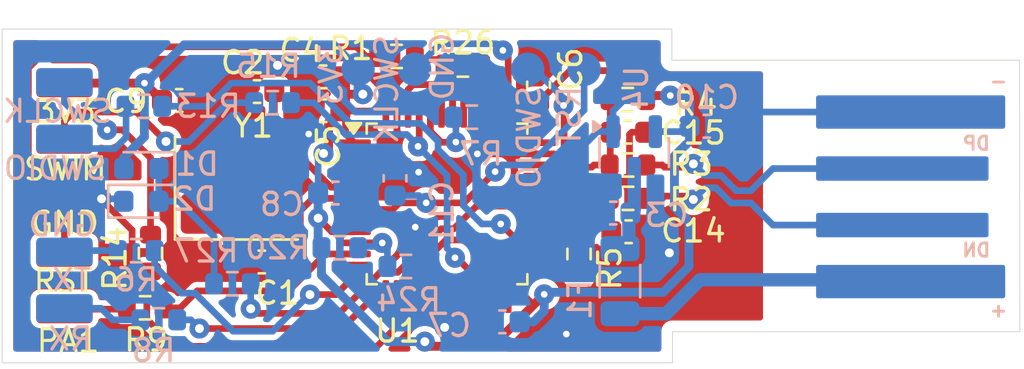
<source format=kicad_pcb>
(kicad_pcb (version 20241229) (generator "pcbnew") (generator_version "9.0")
  (layers (0 "F.Cu" signal "Front") (2 "B.Cu" signal "Back") (13 "F.Paste" user) (15 "B.Paste" user) (5 "F.SilkS" user "F.Silkscreen") (7 "B.SilkS" user "B.Silkscreen") (1 "F.Mask" user) (3 "B.Mask" user) (25 "Edge.Cuts" user))
  (net 0 "")
  (net 1 "/OSC_OUT")
  (net 2 "Earth")
  (net 3 "/OSC_IN?")
  (net 4 "+5V")
  (net 5 "+3V3")
  (net 6 "/STM_RST")
  (net 7 "/USB_N")
  (net 8 "/USB_P")
  (net 9 "Net-(D1-K)")
  (net 10 "/STLINK_RX")
  (net 11 "Net-(J2-Pin_2)")
  (net 12 "/STLINK_TX")
  (net 13 "Net-(J2-Pin_4)")
  (net 14 "Net-(J2-Pin_3)")
  (net 15 "/SWDIO")
  (net 16 "/SWCLK")
  (net 17 "/T_NRST")
  (net 18 "/T_SWDIO_IN")
  (net 19 "/T_JTMS")
  (net 20 "Net-(U1-BOOT0)")
  (net 21 "/T_JTCK")
  (net 22 "/T_SWIM")
  (net 23 "/AIN1")
  (net 24 "Net-(U1-PB5)")
  (net 25 "/LED_STLINK")
  (net 29 "Net-(U1-PB7)")
  (net 32 "/T_JTDI")
  (net 33 "/T_JTDO")
  (net 35 "/T_JRST")
  (net 38 "/T_SWO")
  (net 40 "/PB11")
  (net 42 "Net-(J1-Pin_1)")
  (net 43 "/D+")
  (net 44 "/D-")
  (net 45 "Net-(J2-Pin_10)")
  (net 46 "Net-(J2-Pin_8)")
  (net 47 "Net-(J2-Pin_7)")
  (net 48 "/Pin_navic")
  (net 49 "Net-(J2-Pin_9)")
  (footprint "Resistor_SMD:R_0603_1608Metric" (layer "F.Cu") (at 52.549239 32.799239 180)
    (property "Reference" "R4")
    (property "Value" "1K8")
  )
  (footprint "Capacitor_SMD:C_0603_1608Metric" (layer "F.Cu") (at 38.859239 31.779239 180)
    (property "Reference" "C4")
    (property "Value" "100nF/6v")
  )
  (footprint "Resistor_SMD:R_0603_1608Metric" (layer "F.Cu") (at 45.14 31.25)
    (property "Reference" "R26")
    (property "Value" "220R")
  )
  (footprint "Capacitor_SMD:C_0603_1608Metric" (layer "F.Cu") (at 32.39 32.84)
    (property "Reference" "C9")
    (property "Value" "4.7uF/6v")
  )
  (footprint "Capacitor_SMD:C_0603_1608Metric" (layer "F.Cu") (at 52.59 38.74)
    (property "Reference" "C14")
    (property "Value" "47pF/6v")
  )
  (footprint "Resistor_SMD:R_0603_1608Metric" (layer "F.Cu") (at 30.86 42.16)
    (property "Reference" "R9")
    (property "Value" "100R")
  )
  (footprint "Connector_IDC:Untitled" (layer "F.Cu") (at 30.73 36.56)
    (property "Reference" "J2" (hide yes))
    (property "Value" "Conn_02x05_Odd_Even" (hide yes))
  )
  (footprint "Resistor_SMD:R_0603_1608Metric" (layer "F.Cu") (at 31.1 39.7 90)
    (property "Reference" "R14")
    (property "Value" "100R")
  )
  (footprint "Capacitor_SMD:C_0603_1608Metric" (layer "F.Cu") (at 36.1 40.1)
    (property "Reference" "C1")
    (property "Value" "20pF/6v")
  )
  (footprint "Resistor_SMD:R_0603_1608Metric" (layer "F.Cu") (at 42.159239 30.859239)
    (property "Reference" "R1")
    (property "Value" "100R")
  )
  (footprint "Capacitor_SMD:C_0603_1608Metric" (layer "F.Cu") (at 35.89 32.44)
    (property "Reference" "C2")
    (property "Value" "20pF/6v")
  )
  (footprint "Resistor_SMD:R_0603_1608Metric" (layer "F.Cu") (at 50.36 39.74 -90)
    (property "Reference" "R5")
    (property "Value" "100R")
  )
  (footprint "Capacitor_SMD:C_0603_1608Metric" (layer "F.Cu") (at 38.859239 33.299239 180)
    (property "Reference" "C5")
    (property "Value" "100nF/6v")
  )
  (footprint "Resistor_SMD:R_0603_1608Metric" (layer "F.Cu") (at 52.565 37.24 180)
    (property "Reference" "R2")
    (property "Value" "22R")
  )
  (footprint "Crystal:Crystal_SMD_3225-4Pin_3.2x2.5mm_HandSoldering" (layer "F.Cu") (at 34.96 36.78)
    (property "Reference" "Y1")
    (property "Value" "Crystal_GND24")
  )
  (footprint "Capacitor_SMD:C_0603_1608Metric" (layer "F.Cu") (at 48.54 32.14 90)
    (property "Reference" "C6")
    (property "Value" "100nF/6v")
  )
  (footprint "Package_QFP:LQFP-48_7x7mm_P0.5mm" (layer "F.Cu") (at 44.4275 37.49)
    (property "Reference" "U1")
    (property "Value" "STM32F103CBTx")
  )
  (footprint "Capacitor_SMD:C_0603_1608Metric" (layer "F.Cu") (at 52.559239 34.269239)
    (property "Reference" "C15")
    (property "Value" "47pF/6v")
  )
  (footprint "Resistor_SMD:R_0603_1608Metric" (layer "F.Cu") (at 52.565 35.74 180)
    (property "Reference" "R3")
    (property "Value" "22R")
  )
  (footprint "Resistor_SMD:R_1206_3216Metric" (layer "B.Cu") (at 52.2 40.9625 90)
    (property "Reference" "F1")
    (property "Value" "500mA")
  )
  (footprint "LED_SMD:LED_0603_1608Metric" (layer "B.Cu") (at 30.69 35.9 180)
    (property "Reference" "D1")
    (property "Value" "LED")
  )
  (footprint "Connector_IDC:Untitled_3" (layer "B.Cu") (at 45.43 33.94 -90)
    (property "Reference" "J3" (hide yes))
    (property "Value" "Conn_01x05" (hide yes))
  )
  (footprint "Resistor_SMD:R_0603_1608Metric" (layer "B.Cu") (at 30.46 39.59 180)
    (property "Reference" "R6")
    (property "Value" "100R")
  )
  (footprint "Capacitor_SMD:C_0603_1608Metric" (layer "B.Cu") (at 56.1 34)
    (property "Reference" "C10")
    (property "Value" "100nF/6v")
  )
  (footprint "Resistor_SMD:R_0603_1608Metric" (layer "B.Cu") (at 45.54 33.59)
    (property "Reference" "R7")
    (property "Value" "0")
  )
  (footprint "Resistor_SMD:R_0603_1608Metric" (layer "B.Cu") (at 34.78 41.08)
    (property "Reference" "R27")
    (property "Value" "1K")
  )
  (footprint "Connector_USB:USB_A_PCB_traces_small" (layer "B.Cu") (at 70.115 37.17 180)
    (property "Reference" "J1" (hide yes))
    (property "Value" "Conn_01x04_Pin" (hide yes))
  )
  (footprint "Capacitor_SMD:C_0603_1608Metric" (layer "B.Cu") (at 46.914239 42.789239 180)
    (property "Reference" "C7")
    (property "Value" "100nF/6v")
  )
  (footprint "Capacitor_SMD:C_0603_1608Metric" (layer "B.Cu") (at 42.09 36.34 -90)
    (property "Reference" "C11")
    (property "Value" "100nF/6v")
  )
  (footprint "Resistor_SMD:R_0603_1608Metric" (layer "B.Cu") (at 42.575 40.3 180)
    (property "Reference" "R24")
    (property "Value" "10k")
  )
  (footprint "Capacitor_SMD:C_0603_1608Metric" (layer "B.Cu") (at 51.9 37.9 180)
    (property "Reference" "C3")
    (property "Value" "100nF/6v")
  )
  (footprint "Resistor_SMD:R_0603_1608Metric" (layer "B.Cu") (at 39.609239 39.459239)
    (property "Reference" "R20")
    (property "Value" "10k")
  )
  (footprint "Capacitor_SMD:C_0603_1608Metric" (layer "B.Cu") (at 39.409239 36.999239)
    (property "Reference" "C8")
    (property "Value" "100nF/6v")
  )
  (footprint "Resistor_SMD:R_0603_1608Metric" (layer "B.Cu") (at 31.475 42.7 180)
    (property "Reference" "R8")
    (property "Value" "100R")
  )
  (footprint "Resistor_SMD:R_0603_1608Metric" (layer "B.Cu") (at 36.59 32.94)
    (property "Reference" "R15")
    (property "Value" "100R")
  )
  (footprint "LED_SMD:LED_0603_1608Metric" (layer "B.Cu") (at 30.6825 37.37)
    (property "Reference" "D2")
    (property "Value" "LED")
  )
  (footprint "Package_TO_SOT_SMD:SOT-23" (layer "B.Cu") (at 52.84 35.1775 -90)
    (property "Reference" "U4")
    (property "Value" "MCP1700x-330xxTT")
  )
  (footprint "Resistor_SMD:R_0603_1608Metric" (layer "B.Cu") (at 30.8 33.1 180)
    (property "Reference" "R13")
    (property "Value" "100R")
  )
  (gr_line (start 54.560761 44.630761) (end 24.430761 44.630761) (stroke (width 0.0381)) (layer "Edge.Cuts"))
  (gr_line (start 54.530761 29.630761) (end 24.430761 29.630761) (stroke (width 0.0381)) (layer "Edge.Cuts"))
  (gr_line (start 70.160761 31.030761) (end 70.170761 43.230761) (stroke (width 0.0381)) (layer "Edge.Cuts"))
  (gr_line (start 70.170761 43.230761) (end 54.560761 43.230761) (stroke (width 0.0381)) (layer "Edge.Cuts"))
  (gr_line (start 24.430761 44.630761) (end 24.430761 29.630761) (stroke (width 0.0381)) (layer "Edge.Cuts"))
  (gr_line (start 70.160761 31.030761) (end 54.530761 31.030761) (stroke (width 0.0381)) (layer "Edge.Cuts"))
  (gr_line (start 54.530761 31.030761) (end 54.530761 29.630761) (stroke (width 0.0381)) (layer "Edge.Cuts"))
  (gr_line (start 54.560761 44.630761) (end 54.560761 43.230761) (stroke (width 0.0381)) (layer "Edge.Cuts"))
  (gr_text "SWIM" (at 25.32 36.5 0) (layer "F.SilkS") (effects (font (size 1 1) (thickness 0.14)) (justify left bottom)))
  (gr_text "PA1" (at 25.9 44.230761 0) (layer "F.SilkS") (effects (font (size 1 1) (thickness 0.14)) (justify left bottom)))
  (gr_text "3V3" (at 25.8 33.93 0) (layer "F.SilkS") (effects (font (size 1 1) (thickness 0.14)) (justify left bottom)))
  (gr_text "RST" (at 25.76 41.53 0) (layer "F.SilkS") (effects (font (size 1 1) (thickness 0.14)) (justify left bottom)))
  (gr_text "GND" (at 25.64 38.94 0) (layer "F.SilkS") (effects (font (size 1 1) (thickness 0.14)) (justify left bottom)))
  (gr_text "TX" (at 28.5 41.5 0) (layer "B.SilkS") (effects (font (size 1 1) (thickness 0.14)) (justify left bottom mirror)))
  (gr_text "GND" (at 44.8 29.7 90) (layer "B.SilkS") (effects (font (size 1 1) (thickness 0.14)) (justify left bottom mirror)))
  (gr_text "SWCLK" (at 42.3 29.8 90) (layer "B.SilkS") (effects (font (size 1 1) (thickness 0.14)) (justify left bottom mirror)))
  (gr_text "RX" (at 28.57 44.14 0) (layer "B.SilkS") (effects (font (size 1 1) (thickness 0.14)) (justify left bottom mirror)))
  (gr_text "RST" (at 50.5 32.1 90) (layer "B.SilkS") (effects (font (size 1 1) (thickness 0.14)) (justify left bottom mirror)))
  (gr_text "SWDIO" (at 29.22 36.47 0) (layer "B.SilkS") (effects (font (size 1 1) (thickness 0.14)) (justify left bottom mirror)))
  (gr_text "SWCLK" (at 29.46 33.91 0) (layer "B.SilkS") (effects (font (size 1 1) (thickness 0.14)) (justify left bottom mirror)))
  (gr_text "SWDIO" (at 48.7 32.1 90) (layer "B.SilkS") (effects (font (size 1 1) (thickness 0.14)) (justify left bottom mirror)))
  (gr_text "3V3" (at 39.8 30.2 90) (layer "B.SilkS") (effects (font (size 1 1) (thickness 0.14)) (justify left bottom mirror)))
  (gr_text "GND" (at 28.75 39.02 0) (layer "B.SilkS") (effects (font (size 1 1) (thickness 0.14)) (justify left bottom mirror)))
  (segment (start 37.46587 39.181) (end 37.833239 38.813631) (width 0.3) (layer "F.Cu") (net 1))
  (segment (start 37.02 40.155) (end 37.02 39.181) (width 0.3) (layer "F.Cu") (net 1))
  (segment (start 33.51 37.93) (end 34.761 39.181) (width 0.3) (layer "F.Cu") (net 1))
  (segment (start 38.392237 37.24) (end 40.265 37.24) (width 0.3) (layer "F.Cu") (net 1))
  (segment (start 34.761 39.181) (end 37.02 39.181) (width 0.3) (layer "F.Cu") (net 1))
  (segment (start 37.833239 38.813631) (end 37.833239 37.798998) (width 0.3) (layer "F.Cu") (net 1))
  (segment (start 37.02 39.181) (end 37.46587 39.181) (width 0.3) (layer "F.Cu") (net 1))
  (segment (start 37.833239 37.798998) (end 38.392237 37.24) (width 0.3) (layer "F.Cu") (net 1))
  (segment (start 45.309239 35.719239) (end 45.788478 35.24) (width 0.3) (layer "F.Cu") (net 2))
  (segment (start 42.706761 38.24) (end 40.265 38.24) (width 0.3) (layer "F.Cu") (net 2))
  (segment (start 33.98 32.84) (end 34.38 32.44) (width 0.3) (layer "F.Cu") (net 2))
  (segment (start 36.809239 31.259239) (end 36.809239 31.564) (width 0.3) (layer "F.Cu") (net 2))
  (segment (start 46.6775 41.6525) (end 46.6775 42.656739) (width 0.3) (layer "F.Cu") (net 2))
  (segment (start 27.35 37.26) (end 27.23 37.14) (width 0.3) (layer "F.Cu") (net 2))
  (segment (start 30.274 39.308774) (end 30.591226 39.626) (width 0.3) (layer "F.Cu") (net 2))
  (segment (start 30.274 38.674) (end 30.274 39.308774) (width 0.3) (layer "F.Cu") (net 2))
  (segment (start 42.769239 35.719239) (end 43.169239 35.719239) (width 0.3) (layer "F.Cu") (net 2))
  (segment (start 38.315 33.44) (end 38.315 31.614) (width 0.3) (layer "F.Cu") (net 2))
  (segment (start 54.419239 39.689239) (end 53.440761 39.689239) (width 0.3) (layer "F.Cu") (net 2))
  (segment (start 45.788478 35.24) (end 45.79 35.24) (width 0.3) (layer "F.Cu") (net 2))
  (segment (start 52.629 38.429) (end 52.94 38.74) (width 0.3) (layer "F.Cu") (net 2))
  (segment (start 36.195178 31.614) (end 35.864 31.945178) (width 0.3) (layer "F.Cu") (net 2))
  (segment (start 36.759239 31.614) (end 36.195178 31.614) (width 0.3) (layer "F.Cu") (net 2))
  (segment (start 38.315 31.614) (end 36.759239 31.614) (width 0.3) (layer "F.Cu") (net 2))
  (segment (start 46.315 43.019239) (end 45.702205 43.019239) (width 0.3) (layer "F.Cu") (net 2))
  (segment (start 32.67 35.63) (end 33.51 35.63) (width 0.3) (layer "F.Cu") (net 2))
  (segment (start 36.41 37.93) (end 36.23 37.93) (width 0.3) (layer "F.Cu") (net 2))
  (segment (start 28.9 37.3) (end 30.274 38.674) (width 0.3) (layer "F.Cu") (net 2))
  (segment (start 44.320392 43.037177) (end 44.33833 43.019239) (width 0.3) (layer "F.Cu") (net 2))
  (segment (start 33.51 34.10148) (end 33.165 33.75648) (width 0.3) (layer "F.Cu") (net 2))
  (segment (start 53.440761 39.689239) (end 53.365 39.765) (width 0.3) (layer "F.Cu") (net 2))
  (segment (start 43 38.533239) (end 42.706761 38.24) (width 0.3) (layer "F.Cu") (net 2))
  (segment (start 38.209239 33.545761) (end 38.315 33.44) (width 0.3) (layer "F.Cu") (net 2))
  (segment (start 52.730761 34.269239) (end 52.629 34.371) (width 0.3) (layer "F.Cu") (net 2))
  (segment (start 40.144465 30.929239) (end 41.360206 32.14498) (width 0.3) (layer "F.Cu") (net 2))
  (segment (start 36.809239 31.564) (end 36.759239 31.614) (width 0.3) (layer "F.Cu") (net 2))
  (segment (start 47.279239 34.708727) (end 47.6785 34.309466) (width 0.3) (layer "F.Cu") (net 2))
  (segment (start 42.1775 35.1275) (end 42.769239 35.719239) (width 0.3) (layer "F.Cu") (net 2))
  (segment (start 47.835 31.365) (end 48.54 31.365) (width 0.3) (layer "F.Cu") (net 2))
  (segment (start 38.209239 34.349239) (end 38.209239 33.545761) (width 0.3) (layer "F.Cu") (net 2))
  (segment (start 47.6785 34.309466) (end 47.6785 31.5215) (width 0.3) (layer "F.Cu") (net 2))
  (segment (start 43.150639 35.737839) (end 43.169239 35.719239) (width 0.3) (layer "F.Cu") (net 2))
  (segment (start 38.084239 31.959239) (end 38.084239 31.215761) (width 0.3) (layer "F.Cu") (net 2))
  (segment (start 46.98 35.24) (end 48.59 35.24) (width 0.3) (layer "F.Cu") (net 2))
  (segment (start 45.1775 43.019239) (end 45.1775 41.6525) (width 0.3) (layer "F.Cu") (net 2))
  (segment (start 35.718478 32.44) (end 35.115 32.44) (width 0.3) (layer "F.Cu") (net 2))
  (segment (start 33.93 35.63) (end 33.51 35.63) (width 0.3) (layer "F.Cu") (net 2))
  (segment (start 47.6785 31.5215) (end 47.835 31.365) (width 0.3) (layer "F.Cu") (net 2))
  (segment (start 28.9 37.26) (end 28.9 37.3) (width 0.3) (layer "F.Cu") (net 2))
  (segment (start 53.09 40.04) (end 50.915 42.215) (width 0.3) (layer "F.Cu") (net 2))
  (segment (start 42.1775 33.3275) (end 42.1775 35.1275) (width 0.3) (layer "F.Cu") (net 2))
  (segment (start 43.150639 36.063383) (end 43.150639 35.737839) (width 0.3) (layer "F.Cu") (net 2))
  (segment (start 50.915 42.215) (end 49.79 43.34) (width 0.3) (layer "F.Cu") (net 2))
  (segment (start 34.38 32.44) (end 35.115 32.44) (width 0.3) (layer "F.Cu") (net 2))
  (segment (start 43.169239 35.719239) (end 45.309239 35.719239) (width 0.3) (layer "F.Cu") (net 2))
  (segment (start 38.370761 30.929239) (end 40.144465 30.929239) (width 0.3) (layer "F.Cu") (net 2))
  (segment (start 53.365 39.765) (end 53.365 38.74) (width 0.3) (layer "F.Cu") (net 2))
  (segment (start 28.9 37.26) (end 27.35 37.26) (width 0.3) (layer "F.Cu") (net 2))
  (segment (start 32.109 36.191) (end 32.67 35.63) (width 0.3) (layer "F.Cu") (net 2))
  (segment (start 32.109 39.125774) (end 32.109 36.191) (width 0.3) (layer "F.Cu") (net 2))
  (segment (start 30.591226 39.626) (end 31.608774 39.626) (width 0.3) (layer "F.Cu") (net 2))
  (segment (start 33.51 35.63) (end 33.51 34.10148) (width 0.3) (layer "F.Cu") (net 2))
  (segment (start 52.94 38.74) (end 53.365 38.74) (width 0.3) (layer "F.Cu") (net 2))
  (segment (start 33.165 32.84) (end 33.98 32.84) (width 0.3) (layer "F.Cu") (net 2))
  (segment (start 47.279239 35.24) (end 47.279239 34.708727) (width 0.3) (layer "F.Cu") (net 2))
  (segment (start 31.867387 39.367387) (end 32.109 39.125774) (width 0.3) (layer "F.Cu") (net 2))
  (segment (start 38.084239 31.215761) (end 38.370761 30.929239) (width 0.3) (layer "F.Cu") (net 2))
  (segment (start 33.165 32.84) (end 33.165 33.75648) (width 0.3) (layer "F.Cu") (net 2))
  (segment (start 45.79 35.24) (end 46.98 35.24) (width 0.3) (layer "F.Cu") (net 2))
  (segment (start 53.09 40.04) (end 53.365 39.765) (width 0.3) (layer "F.Cu") (net 2))
  (segment (start 36.23 37.93) (end 33.93 35.63) (width 0.3) (layer "F.Cu") (net 2))
  (segment (start 35.325 40.1) (end 32.6 40.1) (width 0.3) (layer "F.Cu") (net 2))
  (segment (start 35.864 32.294478) (end 35.718478 32.44) (width 0.3) (layer "F.Cu") (net 2))
  (segment (start 45.702205 43.019239) (end 45.1775 43.019239) (width 0.3) (layer "F.Cu") (net 2))
  (segment (start 41.360206 32.14498) (end 41.837014 32.14498) (width 0.3) (layer "F.Cu") (net 2))
  (segment (start 46.6775 42.656739) (end 46.315 43.019239) (width 0.3) (layer "F.Cu") (net 2))
  (segment (start 41.837014 32.14498) (end 42.1775 32.485466) (width 0.3) (layer "F.Cu") (net 2))
  (segment (start 52.629 34.371) (end 52.629 38.429) (width 0.3) (layer "F.Cu") (net 2))
  (segment (start 32.6 40.1) (end 31.867387 39.367387) (width 0.3) (layer "F.Cu") (net 2))
  (segment (start 31.608774 39.626) (end 31.867387 39.367387) (width 0.3) (layer "F.Cu") (net 2))
  (segment (start 42.1775 32.485466) (end 42.1775 33.3275) (width 0.3) (layer "F.Cu") (net 2))
  (segment (start 53.334239 34.269239) (end 52.730761 34.269239) (width 0.3) (layer "F.Cu") (net 2))
  (segment (start 44.33833 43.019239) (end 45.702205 43.019239) (width 0.3) (layer "F.Cu") (net 2))
  (segment (start 35.864 31.945178) (end 35.864 32.294478) (width 0.3) (layer "F.Cu") (net 2))
  (via (at 44.320392 43.037177) (size 0.9) (drill 0.4) (layers "F.Cu" "B.Cu") (net 2))
  (via (at 43.150639 36.063383) (size 0.9) (drill 0.3) (layers "F.Cu" "B.Cu") (net 2))
  (via (at 45.79 35.24) (size 0.9) (drill 0.3) (layers "F.Cu" "B.Cu") (net 2))
  (via (at 49.79 43.34) (size 0.9) (drill 0.3) (layers "F.Cu" "B.Cu") (net 2))
  (via (at 36.809239 31.259239) (size 0.9) (drill 0.4) (layers "F.Cu" "B.Cu") (net 2))
  (via (at 28.9 37.26) (size 0.9) (drill 0.4) (layers "F.Cu" "B.Cu") (net 2))
  (via (at 38.209239 34.349239) (size 0.9) (drill 0.3) (layers "F.Cu" "B.Cu") (net 2))
  (via (at 54.419239 39.689239) (size 0.9) (drill 0.4) (layers "F.Cu" "B.Cu") (net 2))
  (via (at 43 38.533239) (size 0.9) (drill 0.3) (layers "F.Cu" "B.Cu") (net 2))
  (segment (start 27.23 37.1) (end 27.39 37.26) (width 0.3) (layer "B.Cu") (net 2))
  (segment (start 51.125 37.9) (end 49.34 36.115) (width 0.3) (layer "B.Cu") (net 2))
  (segment (start 43.3 38.833239) (end 43.3 40.2) (width 0.3) (layer "B.Cu") (net 2))
  (segment (start 49.315 36.115) (end 48.580761 36.849239) (width 0.3) (layer "B.Cu") (net 2))
  (segment (start 45.51 31.44) (end 45.51 31.81) (width 0.3) (layer "B.Cu") (net 2))
  (segment (start 29.785 37.26) (end 29.895 37.37) (width 0.3) (layer "B.Cu") (net 2))
  (segment (start 57.715 33.36) (end 57.715 33.885) (width 0.3) (layer "B.Cu") (net 2))
  (segment (start 42.665 35.565) (end 42.09 35.565) (width 0.3) (layer "B.Cu") (net 2))
  (segment (start 44.320392 43.037177) (end 44.457569 42.9) (width 0.3) (layer "B.Cu") (net 2))
  (segment (start 57.4 34.2) (end 56.875 34.2) (width 0.3) (layer "B.Cu") (net 2))
  (segment (start 40.7 38.4) (end 40.184239 37.884239) (width 0.3) (layer "B.Cu") (net 2))
  (segment (start 51.89 33.31) (end 51.89 34.24) (width 0.3) (layer "B.Cu") (net 2))
  (segment (start 46.028478 42.9) (end 46.139239 42.789239) (width 0.3) (layer "B.Cu") (net 2))
  (segment (start 46.415 32.715) (end 46.415 34.637052) (width 0.3) (layer "B.Cu") (net 2))
  (segment (start 57.715 33.36) (end 56.174 31.819) (width 0.3) (layer "B.Cu") (net 2))
  (segment (start 43.589761 33.360239) (end 40.311309 33.360239) (width 0.3) (layer "B.Cu") (net 2))
  (segment (start 27.66 37.26) (end 27.5 37.1) (width 0.3) (layer "B.Cu") (net 2))
  (segment (start 43.150639 36.050639) (end 42.665 35.565) (width 0.3) (layer "B.Cu") (net 2))
  (segment (start 45.789 35.263052) (end 45.789 36.371786) (width 0.3) (layer "B.Cu") (net 2))
  (segment (start 43 38.533239) (end 43.3 38.833239) (width 0.3) (layer "B.Cu") (net 2))
  (segment (start 40.184239 37.884239) (end 40.184239 36.999239) (width 0.3) (layer "B.Cu") (net 2))
  (segment (start 46.139239 43.539239) (end 46.139239 42.789239) (width 0.3) (layer "B.Cu") (net 2))
  (segment (start 51.19 34.24) (end 49.315 36.115) (width 0.3) (layer "B.Cu") (net 2))
  (segment (start 38.209239 34.349239) (end 39.140719 34.349239) (width 0.3) (layer "B.Cu") (net 2))
  (segment (start 45.51 31.81) (end 46.415 32.715) (width 0.3) (layer "B.Cu") (net 2))
  (segment (start 46.266453 36.849239) (end 46.258214 36.841) (width 0.3) (layer "B.Cu") (net 2))
  (segment (start 56.174 31.819) (end 53.381 31.819) (width 0.3) (layer "B.Cu") (net 2))
  (segment (start 27.39 37.26) (end 29.785 37.26) (width 0.3) (layer "B.Cu") (net 2))
  (segment (start 46.921786 36.841) (end 46.258214 36.841) (width 0.3) (layer "B.Cu") (net 2))
  (segment (start 57.715 33.885) (end 57.4 34.2) (width 0.3) (layer "B.Cu") (net 2))
  (segment (start 44.457569 42.9) (end 46.028478 42.9) (width 0.3) (layer "B.Cu") (net 2))
  (segment (start 65.265 33.36) (end 57.715 33.36) (width 0.3) (layer "B.Cu") (net 2))
  (segment (start 39.140719 34.349239) (end 40.35648 35.565) (width 0.3) (layer "B.Cu") (net 2))
  (segment (start 40.35648 35.565) (end 42.09 35.565) (width 0.3) (layer "B.Cu") (net 2))
  (segment (start 49.34 36.115) (end 49.315 36.115) (width 0.3) (layer "B.Cu") (net 2))
  (segment (start 45.789 36.371786) (end 46.258214 36.841) (width 0.3) (layer "B.Cu") (net 2))
  (segment (start 43.150639 36.063383) (end 43.150639 36.050639) (width 0.3) (layer "B.Cu") (net 2))
  (segment (start 49.79 43.34) (end 49.23 43.9) (width 0.3) (layer "B.Cu") (net 2))
  (segment (start 48.580761 36.849239) (end 46.266453 36.849239) (width 0.3) (layer "B.Cu") (net 2))
  (segment (start 49.23 43.9) (end 46.5 43.9) (width 0.3) (layer "B.Cu") (net 2))
  (segment (start 42.9 38.4) (end 40.7 38.4) (width 0.3) (layer "B.Cu") (net 2))
  (segment (start 53.381 31.819) (end 51.89 33.31) (width 0.3) (layer "B.Cu") (net 2))
  (segment (start 45.51 31.44) (end 43.589761 33.360239) (width 0.3) (layer "B.Cu") (net 2))
  (segment (start 51.89 34.24) (end 51.19 34.24) (width 0.3) (layer "B.Cu") (net 2))
  (segment (start 38.210309 31.259239) (end 36.809239 31.259239) (width 0.3) (layer "B.Cu") (net 2))
  (segment (start 40.311309 33.360239) (end 38.210309 31.259239) (width 0.3) (layer "B.Cu") (net 2))
  (segment (start 46.415 34.637052) (end 45.789 35.263052) (width 0.3) (layer "B.Cu") (net 2))
  (segment (start 27.5 37.1) (end 27.23 37.1) (width 0.3) (layer "B.Cu") (net 2))
  (segment (start 43.3 40.2) (end 43.4 40.3) (width 0.3) (layer "B.Cu") (net 2))
  (segment (start 43 38.533239) (end 43 38.5) (width 0.3) (layer "B.Cu") (net 2))
  (segment (start 43 38.5) (end 42.9 38.4) (width 0.3) (layer "B.Cu") (net 2))
  (segment (start 46.5 43.9) (end 46.139239 43.539239) (width 0.3) (layer "B.Cu") (net 2))
  (segment (start 36.72 35.6) (end 36.665 35.545) (width 0.3) (layer "F.Cu") (net 3))
  (segment (start 39.22 36.74) (end 38.08 35.6) (width 0.3) (layer "F.Cu") (net 3))
  (segment (start 38.08 35.6) (end 36.72 35.6) (width 0.3) (layer "F.Cu") (net 3))
  (segment (start 36.665 35.545) (end 36.665 32.44) (width 0.3) (layer "F.Cu") (net 3))
  (segment (start 40.265 36.74) (end 39.22 36.74) (width 0.3) (layer "F.Cu") (net 3))
  (segment (start 52.6 37.975) (end 52.675 37.9) (width 0.6) (layer "B.Cu") (net 4))
  (segment (start 52.6 39.1) (end 52.6 37.975) (width 0.6) (layer "B.Cu") (net 4))
  (segment (start 52.84 36.115) (end 52.84 37.735) (width 0.6) (layer "B.Cu") (net 4))
  (segment (start 52.2 39.5) (end 52.6 39.1) (width 0.6) (layer "B.Cu") (net 4))
  (segment (start 52.84 37.735) (end 52.675 37.9) (width 0.6) (layer "B.Cu") (net 4))
  (segment (start 48.794239 41.554239) (end 48.794239 41.569761) (width 0.4) (layer "F.Cu") (net 5))
  (segment (start 31.379239 32.609239) (end 31.384239 32.609239) (width 0.4) (layer "F.Cu") (net 5))
  (segment (start 43.428315 43.680761) (end 43.635731 43.888177) (width 0.4) (layer "F.Cu") (net 5))
  (segment (start 39.865 33.44) (end 39.865 34.34) (width 0.3) (layer "F.Cu") (net 5))
  (segment (start 53.553478 32.62) (end 53.374239 32.799239) (width 0.4) (layer "F.Cu") (net 5))
  (segment (start 40.265 38.74) (end 39.243455 38.74) (width 0.3) (layer "F.Cu") (net 5))
  (segment (start 39.243455 38.74) (end 38.634239 38.130784) (width 0.3) (layer "F.Cu") (net 5))
  (segment (start 48.59 32.965) (end 48.54 32.915) (width 0.3) (layer "F.Cu") (net 5))
  (segment (start 39.89 33.315) (end 41.665 33.315) (width 0.3) (layer "F.Cu") (net 5))
  (segment (start 39.865 33.29) (end 39.89 33.315) (width 0.3) (layer "F.Cu") (net 5))
  (segment (start 31.384239 32.609239) (end 31.615 32.84) (width 0.4) (layer "F.Cu") (net 5))
  (segment (start 43.635731 43.888177) (end 46.460301 43.888177) (width 0.4) (layer "F.Cu") (net 5))
  (segment (start 39.104239 33.829239) (end 39.104239 34.996242) (width 0.4) (layer "F.Cu") (net 5))
  (segment (start 52.8 31.5) (end 53.374239 32.074239) (width 0.3) (layer "F.Cu") (net 5))
  (segment (start 48.54 32.915) (end 48.685 32.915) (width 0.3) (layer "F.Cu") (net 5))
  (segment (start 40.643095 32.559239) (end 39.865 32.559239) (width 0.4) (layer "F.Cu") (net 5))
  (segment (start 46.460301 43.888177) (end 48.794239 41.554239) (width 0.4) (layer "F.Cu") (net 5))
  (segment (start 54.46 32.62) (end 53.553478 32.62) (width 0.4) (layer "F.Cu") (net 5))
  (segment (start 47.1775 41.6525) (end 47.9375 41.6525) (width 0.3) (layer "F.Cu") (net 5))
  (segment (start 39.865 34.34) (end 40.265 34.74) (width 0.3) (layer "F.Cu") (net 5))
  (segment (start 30.83 32.06) (end 31.379239 32.609239) (width 0.4) (layer "F.Cu") (net 5))
  (segment (start 47.9375 41.6525) (end 48.274239 41.989239) (width 0.3) (layer "F.Cu") (net 5))
  (segment (start 48.59 34.74) (end 48.59 32.965) (width 0.3) (layer "F.Cu") (net 5))
  (segment (start 53.374239 32.074239) (end 53.374239 32.799239) (width 0.3) (layer "F.Cu") (net 5))
  (segment (start 30.83 32.06) (end 27.23 32.06) (width 0.4) (layer "F.Cu") (net 5))
  (segment (start 41.665 33.315) (end 41.6775 33.3275) (width 0.3) (layer "F.Cu") (net 5))
  (segment (start 39.39 38.74) (end 39.384239 38.734239) (width 0.3) (layer "F.Cu") (net 5))
  (segment (start 48.54 32.915) (end 49.955 31.5) (width 0.3) (layer "F.Cu") (net 5))
  (segment (start 39.104239 34.996242) (end 38.8775 35.222981) (width 0.4) (layer "F.Cu") (net 5))
  (segment (start 40.265 38.74) (end 39.39 38.74) (width 0.3) (layer "F.Cu") (net 5))
  (segment (start 39.104239 33.829239) (end 39.634239 33.299239) (width 0.4) (layer "F.Cu") (net 5))
  (segment (start 49.955 31.5) (end 52.8 31.5) (width 0.3) (layer "F.Cu") (net 5))
  (segment (start 39.865 31.94) (end 39.865 32.559239) (width 0.4) (layer "F.Cu") (net 5))
  (segment (start 39.865 32.559239) (end 39.865 33.29) (width 0.4) (layer "F.Cu") (net 5))
  (via (at 40.643095 32.559239) (size 0.9) (drill 0.4) (layers "F.Cu" "B.Cu") (net 5))
  (via (at 38.8775 35.222981) (size 0.9) (drill 0.4) (layers "F.Cu" "B.Cu") (net 5))
  (via (at 43.428315 43.680761) (size 0.9) (drill 0.4) (layers "F.Cu" "B.Cu") (net 5))
  (via (at 54.46 32.62) (size 0.9) (drill 0.3) (layers "F.Cu" "B.Cu") (net 5))
  (via (at 30.83 32.06) (size 0.9) (drill 0.3) (layers "F.Cu" "B.Cu") (net 5))
  (via (at 48.794239 41.554239) (size 0.9) (drill 0.3) (layers "F.Cu" "B.Cu") (net 5))
  (via (at 38.634239 38.130784) (size 0.9) (drill 0.4) (layers "F.Cu" "B.Cu") (net 5))
  (segment (start 53.79 34.24) (end 55.285 34.24) (width 0.3) (layer "B.Cu") (net 5))
  (segment (start 55.2 32.6) (end 55.325 32.725) (width 0.4) (layer "B.Cu") (net 5))
  (segment (start 43.428315 43.680761) (end 43.072282 43.680761) (width 0.4) (layer "B.Cu") (net 5))
  (segment (start 55.3 38.293496) (end 54.649 37.642496) (width 0.4) (layer "B.Cu") (net 5))
  (segment (start 40.43 32.346144) (end 40.643095 32.559239) (width 0.4) (layer "B.Cu") (net 5))
  (segment (start 54.649 37.642496) (end 54.649 35.337504) (width 0.4) (layer "B.Cu") (net 5))
  (segment (start 48.794239 41.554239) (end 48.794239 42.305761) (width 0.4) (layer "B.Cu") (net 5))
  (segment (start 30.824 34.476) (end 29.9025 35.3975) (width 0.4) (layer "B.Cu") (net 5))
  (segment (start 38.772355 36.861123) (end 38.634239 36.999239) (width 0.4) (layer "B.Cu") (net 5))
  (segment (start 39.331 30.341) (end 40.43 31.44) (width 0.4) (layer "B.Cu") (net 5))
  (segment (start 38.784239 40.689723) (end 38.784239 39.459239) (width 0.4) (layer "B.Cu") (net 5))
  (segment (start 48.310761 42.789239) (end 47.689239 42.789239) (width 0.4) (layer "B.Cu") (net 5))
  (segment (start 55.161 34.839) (end 55.325 34.675) (width 0.4) (layer "B.Cu") (net 5))
  (segment (start 48.794239 42.305761) (end 48.310761 42.789239) (width 0.4) (layer "B.Cu") (net 5))
  (segment (start 38.634239 38.130784) (end 38.634239 39.309239) (width 0.4) (layer "B.Cu") (net 5))
  (segment (start 54.1385 41.4615) (end 55.3 40.3) (width 0.4) (layer "B.Cu") (net 5))
  (segment (start 38.634239 35.466242) (end 38.634239 36.999239) (width 0.3) (layer "B.Cu") (net 5))
  (segment (start 38.634239 38.130784) (end 38.634239 36.999239) (width 0.4) (layer "B.Cu") (net 5))
  (segment (start 48.886978 41.4615) (end 54.1385 41.4615) (width 0.4) (layer "B.Cu") (net 5))
  (segment (start 38.634239 39.309239) (end 38.784239 39.459239) (width 0.3) (layer "B.Cu") (net 5))
  (segment (start 30.888478 32.06) (end 32.607478 30.341) (width 0.4) (layer "B.Cu") (net 5))
  (segment (start 48.794239 41.554239) (end 48.886978 41.4615) (width 0.4) (layer "B.Cu") (net 5))
  (segment (start 38.859239 36.774239) (end 38.634239 36.999239) (width 0.3) (layer "B.Cu") (net 5))
  (segment (start 55.285 34.24) (end 55.325 34.2) (width 0.3) (layer "B.Cu") (net 5))
  (segment (start 43.072282 43.680761) (end 43.072281 43.680762) (width 0.4) (layer "B.Cu") (net 5))
  (segment (start 55.3 40.3) (end 55.3 38.293496) (width 0.4) (layer "B.Cu") (net 5))
  (segment (start 30.83 32.06) (end 30.824 32.066) (width 0.4) (layer "B.Cu") (net 5))
  (segment (start 54.46 32.62) (end 55.18 32.62) (width 0.4) (layer "B.Cu") (net 5))
  (segment (start 29.9025 35.3975) (end 29.9025 35.9) (width 0.4) (layer "B.Cu") (net 5))
  (segment (start 54.649 35.337504) (end 55.147504 34.839) (width 0.4) (layer "B.Cu") (net 5))
  (segment (start 30.83 32.06) (end 30.888478 32.06) (width 0.4) (layer "B.Cu") (net 5))
  (segment (start 55.325 34.675) (end 55.325 34) (width 0.4) (layer "B.Cu") (net 5))
  (segment (start 43.072281 43.680762) (end 41.775278 43.680762) (width 0.4) (layer "B.Cu") (net 5))
  (segment (start 55.18 32.62) (end 55.2 32.6) (width 0.4) (layer "B.Cu") (net 5))
  (segment (start 29.804519 35.802019) (end 29.9025 35.9) (width 0.4) (layer "B.Cu") (net 5))
  (segment (start 55.147504 34.839) (end 55.161 34.839) (width 0.4) (layer "B.Cu") (net 5))
  (segment (start 55.325 32.725) (end 55.325 34.2) (width 0.4) (layer "B.Cu") (net 5))
  (segment (start 41.775278 43.680762) (end 38.784239 40.689723) (width 0.4) (layer "B.Cu") (net 5))
  (segment (start 40.43 31.44) (end 40.43 32.346144) (width 0.4) (layer "B.Cu") (net 5))
  (segment (start 30.824 32.066) (end 30.824 34.476) (width 0.4) (layer "B.Cu") (net 5))
  (segment (start 32.607478 30.341) (end 39.331 30.341) (width 0.4) (layer "B.Cu") (net 5))
  (segment (start 38.8775 35.222981) (end 38.634239 35.466242) (width 0.3) (layer "B.Cu") (net 5))
  (segment (start 42.287915 37.442085) (end 41.99 37.74) (width 0.3) (layer "F.Cu") (net 6))
  (segment (start 41.99 37.74) (end 40.265 37.74) (width 0.3) (layer "F.Cu") (net 6))
  (segment (start 43.49 37.442085) (end 42.287915 37.442085) (width 0.3) (layer "F.Cu") (net 6))
  (segment (start 45.187915 37.442085) (end 43.49 37.442085) (width 0.3) (layer "F.Cu") (net 6))
  (segment (start 46.59 36.04) (end 45.187915 37.442085) (width 0.3) (layer "F.Cu") (net 6))
  (via (at 46.59 36.04) (size 0.9) (drill 0.3) (layers "F.Cu" "B.Cu") (net 6))
  (via (at 43.49 37.442085) (size 0.9) (drill 0.3) (layers "F.Cu" "B.Cu") (net 6))
  (segment (start 43.49 37.442085) (end 43.162915 37.115) (width 0.3) (layer "B.Cu") (net 6))
  (segment (start 50.589239 33.273547) (end 50.589239 31.440761) (width 0.3) (layer "B.Cu") (net 6))
  (segment (start 46.59 36.04) (end 46.89 35.74) (width 0.3) (layer "B.Cu") (net 6))
  (segment (start 48.122786 35.74) (end 50.589239 33.273547) (width 0.3) (layer "B.Cu") (net 6))
  (segment (start 43.162915 37.115) (end 42.09 37.115) (width 0.3) (layer "B.Cu") (net 6))
  (segment (start 50.589239 31.440761) (end 50.59 31.44) (width 0.3) (layer "B.Cu") (net 6))
  (segment (start 46.89 35.74) (end 48.122786 35.74) (width 0.3) (layer "B.Cu") (net 6))
  (segment (start 50.627499 36.84) (end 51.027499 37.24) (width 0.3) (layer "F.Cu") (net 7))
  (segment (start 48.59 36.74) (end 49.696251 36.74) (width 0.3) (layer "F.Cu") (net 7))
  (segment (start 51.027499 37.24) (end 51.74 37.24) (width 0.3) (layer "F.Cu") (net 7))
  (segment (start 51.815 38.74) (end 51.815 37.315) (width 0.3) (layer "F.Cu") (net 7))
  (segment (start 49.796251 36.84) (end 50.627499 36.84) (width 0.3) (layer "F.Cu") (net 7))
  (segment (start 51.815 37.315) (end 51.74 37.24) (width 0.3) (layer "F.Cu") (net 7))
  (segment (start 49.696251 36.74) (end 49.796251 36.84) (width 0.3) (layer "F.Cu") (net 7))
  (segment (start 51.765 32.73) (end 51.765 35.715) (width 0.3) (layer "F.Cu") (net 8))
  (segment (start 51.765 35.715) (end 51.74 35.74) (width 0.3) (layer "F.Cu") (net 8))
  (segment (start 49.929885 36.006366) (end 50.096251 35.84) (width 0.3) (layer "F.Cu") (net 8))
  (segment (start 49.696251 36.24) (end 49.929885 36.006366) (width 0.3) (layer "F.Cu") (net 8))
  (segment (start 50.096251 35.84) (end 50.728758 35.84) (width 0.3) (layer "F.Cu") (net 8))
  (segment (start 50.728758 35.84) (end 50.927499 35.84) (width 0.3) (layer "F.Cu") (net 8))
  (segment (start 51.027499 35.74) (end 51.74 35.74) (width 0.3) (layer "F.Cu") (net 8))
  (segment (start 48.59 36.24) (end 49.696251 36.24) (width 0.3) (layer "F.Cu") (net 8))
  (segment (start 50.927499 35.84) (end 51.027499 35.74) (width 0.3) (layer "F.Cu") (net 8))
  (segment (start 31.47 37.37) (end 31.47 35.9075) (width 0.3) (layer "B.Cu") (net 9))
  (segment (start 32.37 37.37) (end 33.955 38.955) (width 0.3) (layer "B.Cu") (net 9))
  (segment (start 31.47 35.9075) (end 31.4775 35.9) (width 0.3) (layer "B.Cu") (net 9))
  (segment (start 33.955 38.955) (end 33.955 41.08) (width 0.3) (layer "B.Cu") (net 9))
  (segment (start 31.47 37.37) (end 32.37 37.37) (width 0.3) (layer "B.Cu") (net 9))
  (segment (start 33.3 43.091) (end 39.709 43.091) (width 0.3) (layer "F.Cu") (net 10))
  (segment (start 39.709 43.091) (end 41.1475 41.6525) (width 0.3) (layer "F.Cu") (net 10))
  (segment (start 41.1475 41.6525) (end 41.6775 41.6525) (width 0.3) (layer "F.Cu") (net 10))
  (via (at 33.3 43.091) (size 0.9) (drill 0.4) (layers "F.Cu" "B.Cu") (net 10))
  (segment (start 32.909 42.7) (end 33.3 43.091) (width 0.3) (layer "B.Cu") (net 10))
  (segment (start 32.3 42.7) (end 32.909 42.7) (width 0.3) (layer "B.Cu") (net 10))
  (segment (start 29.15231 34.160686) (end 29.840686 34.160686) (width 0.3) (layer "F.Cu") (net 11))
  (segment (start 29.15 34.162996) (end 29.15231 34.160686) (width 0.3) (layer "F.Cu") (net 11))
  (segment (start 29.840686 34.160686) (end 31.1 35.42) (width 0.3) (layer "F.Cu") (net 11))
  (segment (start 31.1 35.42) (end 31.1 38.875) (width 0.3) (layer "F.Cu") (net 11))
  (via (at 29.15 34.162996) (size 0.9) (drill 0.3) (layers "F.Cu" "B.Cu") (net 11))
  (segment (start 29.125762 34.160686) (end 28.539076 33.574) (width 0.3) (layer "B.Cu") (net 11))
  (segment (start 29.14769 34.160686) (end 29.125762 34.160686) (width 0.3) (layer "B.Cu") (net 11))
  (segment (start 29.15 34.162996) (end 29.14769 34.160686) (width 0.3) (layer "B.Cu") (net 11))
  (segment (start 28.539076 33.574) (end 27.874 33.574) (width 0.3) (layer "B.Cu") (net 11))
  (segment (start 27.23 32.93) (end 27.23 32.02) (width 0.3) (layer "B.Cu") (net 11))
  (segment (start 27.874 33.574) (end 27.23 32.93) (width 0.3) (layer "B.Cu") (net 11))
  (segment (start 39.435949 41.565686) (end 40.265 40.736635) (width 0.3) (layer "F.Cu") (net 12))
  (segment (start 40.265 40.736635) (end 40.265 40.24) (width 0.3) (layer "F.Cu") (net 12))
  (segment (start 38.265686 41.565686) (end 39.435949 41.565686) (width 0.3) (layer "F.Cu") (net 12))
  (via (at 38.265686 41.565686) (size 0.9) (drill 0.4) (layers "F.Cu" "B.Cu") (net 12))
  (segment (start 36.587903 43.212097) (end 34.812097 43.212097) (width 0.3) (layer "B.Cu") (net 12))
  (segment (start 38.265686 41.565686) (end 38.234314 41.565686) (width 0.3) (layer "B.Cu") (net 12))
  (segment (start 33.1 41.5) (end 32.5 41.5) (width 0.3) (layer "B.Cu") (net 12))
  (segment (start 32.5 41.5) (end 31.285 40.285) (width 0.3) (layer "B.Cu") (net 12))
  (segment (start 34.812097 43.212097) (end 33.1 41.5) (width 0.3) (layer "B.Cu") (net 12))
  (segment (start 38.234314 41.565686) (end 36.587903 43.212097) (width 0.3) (layer "B.Cu") (net 12))
  (segment (start 31.285 40.285) (end 31.285 39.59) (width 0.3) (layer "B.Cu") (net 12))
  (segment (start 30.001 34.499) (end 29.498981 35.001019) (width 0.3) (layer "B.Cu") (net 13))
  (segment (start 29.498981 35.001019) (end 27.671019 35.001019) (width 0.3) (layer "B.Cu") (net 13))
  (segment (start 27.671019 35.001019) (end 27.23 34.56) (width 0.3) (layer "B.Cu") (net 13))
  (segment (start 30.001 33.126) (end 30.001 34.499) (width 0.3) (layer "B.Cu") (net 13))
  (segment (start 29.975 33.1) (end 30.001 33.126) (width 0.3) (layer "B.Cu") (net 13))
  (segment (start 31.794816 34.684239) (end 30.470263 33.359686) (width 0.3) (layer "F.Cu") (net 14))
  (segment (start 27.23 33.77) (end 27.23 34.6) (width 0.3) (layer "F.Cu") (net 14))
  (segment (start 30.470263 33.359686) (end 27.640314 33.359686) (width 0.3) (layer "F.Cu") (net 14))
  (segment (start 27.640314 33.359686) (end 27.23 33.77) (width 0.3) (layer "F.Cu") (net 14))
  (via (at 31.794816 34.684239) (size 0.9) (drill 0.4) (layers "F.Cu" "B.Cu") (net 14))
  (segment (start 34.56 32.94) (end 32.815761 34.684239) (width 0.3) (layer "B.Cu") (net 14))
  (segment (start 32.815761 34.684239) (end 31.794816 34.684239) (width 0.3) (layer "B.Cu") (net 14))
  (segment (start 35.765 32.94) (end 34.56 32.94) (width 0.3) (layer "B.Cu") (net 14))
  (segment (start 49.432034 35.74) (end 48.59 35.74) (width 0.3) (layer "F.Cu") (net 15))
  (segment (start 49.665 33.066416) (end 49.69 33.091417) (width 0.3) (layer "F.Cu") (net 15))
  (segment (start 49.69 33.091417) (end 49.69 35.482034) (width 0.3) (layer "F.Cu") (net 15))
  (segment (start 49.69 35.482034) (end 49.432034 35.74) (width 0.3) (layer "F.Cu") (net 15))
  (via (at 49.665 33.066416) (size 0.9) (drill 0.3) (layers "F.Cu" "B.Cu") (net 15))
  (segment (start 47.829 31.89605) (end 47.829 30.98395) (width 0.3) (layer "B.Cu") (net 15))
  (segment (start 49.664999 33.066415) (end 49.664999 32.734999) (width 0.3) (layer "B.Cu") (net 15))
  (segment (start 49.665 33.066416) (end 49.664999 33.066415) (width 0.3) (layer "B.Cu") (net 15))
  (segment (start 48.37 31.44) (end 48.05 31.44) (width 0.3) (layer "B.Cu") (net 15))
  (segment (start 49.664999 32.734999) (end 48.37 31.44) (width 0.3) (layer "B.Cu") (net 15))
  (segment (start 46.937569 30.59) (end 47.1775 30.829931) (width 0.3) (layer "F.Cu") (net 16))
  (segment (start 47.1775 30.829931) (end 47.1775 33.3275) (width 0.3) (layer "F.Cu") (net 16))
  (via (at 46.937569 30.59) (size 0.9) (drill 0.3) (layers "F.Cu" "B.Cu") (net 16))
  (segment (start 44.119 30.291) (end 42.97 31.44) (width 0.3) (layer "B.Cu") (net 16))
  (segment (start 46.937569 30.59) (end 46.638569 30.291) (width 0.3) (layer "B.Cu") (net 16))
  (segment (start 46.638569 30.291) (end 44.119 30.291) (width 0.3) (layer "B.Cu") (net 16))
  (segment (start 43.075 31) (end 42.965 31.11) (width 0.3) (layer "F.Cu") (net 17))
  (segment (start 44.065 31) (end 43.075 31) (width 0.3) (layer "F.Cu") (net 17))
  (segment (start 44.6775 31.6125) (end 44.315 31.25) (width 0.3) (layer "F.Cu") (net 17))
  (segment (start 44.6775 33.3275) (end 44.6775 31.6125) (width 0.3) (layer "F.Cu") (net 17))
  (segment (start 44.315 31.25) (end 44.065 31) (width 0.3) (layer "F.Cu") (net 17))
  (segment (start 48.59 40.24) (end 50.065 40.24) (width 0.3) (layer "F.Cu") (net 18))
  (segment (start 50.065 40.24) (end 50.39 40.565) (width 0.3) (layer "F.Cu") (net 18))
  (segment (start 50.39 40.565) (end 50.39 40.365) (width 0.3) (layer "F.Cu") (net 18))
  (segment (start 47.69 39.24) (end 48.59 39.24) (width 0.3) (layer "F.Cu") (net 19))
  (segment (start 50.065 39.24) (end 50.39 38.915) (width 0.3) (layer "F.Cu") (net 19))
  (segment (start 48.59 39.24) (end 50.065 39.24) (width 0.3) (layer "F.Cu") (net 19))
  (segment (start 46.84 38.39) (end 47.69 39.24) (width 0.3) (layer "F.Cu") (net 19))
  (via (at 46.84 38.39) (size 0.9) (drill 0.3) (layers "F.Cu" "B.Cu") (net 19))
  (segment (start 44.024161 34.674161) (end 43.925314 34.575314) (width 0.3) (layer "B.Cu") (net 19))
  (segment (start 40.07776 33.869239) (end 38.647521 32.439) (width 0.3) (layer "B.Cu") (net 19))
  (segment (start 45.16 37.56) (end 45.16 36.179338) (width 0.3) (layer "B.Cu") (net 19))
  (segment (start 44.024161 35.043499) (end 44.024161 34.674161) (width 0.3) (layer "B.Cu") (net 19))
  (segment (start 33.693478 33.1) (end 31.625 33.1) (width 0.3) (layer "B.Cu") (net 19))
  (segment (start 46.84 38.39) (end 45.99 38.39) (width 0.3) (layer "B.Cu") (net 19))
  (segment (start 38.259239 32.059239) (end 34.734239 32.059239) (width 0.3) (layer "B.Cu") (net 19))
  (segment (start 45.16 36.179338) (end 44.024161 35.043499) (width 0.3) (layer "B.Cu") (net 19))
  (segment (start 34.734239 32.059239) (end 33.693478 33.1) (width 0.3) (layer "B.Cu") (net 19))
  (segment (start 43.925314 34.5739) (end 43.220653 33.869239) (width 0.3) (layer "B.Cu") (net 19))
  (segment (start 43.220653 33.869239) (end 40.07776 33.869239) (width 0.3) (layer "B.Cu") (net 19))
  (segment (start 43.925314 34.575314) (end 43.925314 34.5739) (width 0.3) (layer "B.Cu") (net 19))
  (segment (start 38.647521 32.439) (end 38.639 32.439) (width 0.3) (layer "B.Cu") (net 19))
  (segment (start 38.639 32.439) (end 38.259239 32.059239) (width 0.3) (layer "B.Cu") (net 19))
  (segment (start 45.99 38.39) (end 45.16 37.56) (width 0.3) (layer "B.Cu") (net 19))
  (segment (start 44.817635 34.719239) (end 44.825161 34.711713) (width 0.3) (layer "F.Cu") (net 20))
  (segment (start 43.6775 34.2275) (end 44.169239 34.719239) (width 0.3) (layer "F.Cu") (net 20))
  (segment (start 44.169239 34.719239) (end 44.817635 34.719239) (width 0.3) (layer "F.Cu") (net 20))
  (segment (start 43.6775 33.3275) (end 43.6775 34.2275) (width 0.3) (layer "F.Cu") (net 20))
  (via (at 44.825161 34.711713) (size 0.9) (drill 0.3) (layers "F.Cu" "B.Cu") (net 20))
  (segment (start 44.825161 34.711713) (end 44.825161 33.400161) (width 0.3) (layer "B.Cu") (net 20))
  (segment (start 44.825161 33.400161) (end 44.665 33.24) (width 0.3) (layer "B.Cu") (net 20))
  (segment (start 48.59 39.74) (end 46.49 39.74) (width 0.3) (layer "F.Cu") (net 21))
  (segment (start 44.378727 39.109239) (end 42.6775 40.810466) (width 0.3) (layer "F.Cu") (net 21))
  (segment (start 46.49 39.74) (end 45.859239 39.109239) (width 0.3) (layer "F.Cu") (net 21))
  (segment (start 42.6775 40.810466) (end 42.6775 41.6525) (width 0.3) (layer "F.Cu") (net 21))
  (segment (start 42.6775 42.494534) (end 41.281034 43.891) (width 0.3) (layer "F.Cu") (net 21))
  (segment (start 41.281034 43.891) (end 32.156226 43.891) (width 0.3) (layer "F.Cu") (net 21))
  (segment (start 45.859239 39.109239) (end 44.378727 39.109239) (width 0.3) (layer "F.Cu") (net 21))
  (segment (start 30.934 40.691) (end 31.1 40.525) (width 0.3) (layer "F.Cu") (net 21))
  (segment (start 32.156226 43.891) (end 30.934 42.668774) (width 0.3) (layer "F.Cu") (net 21))
  (segment (start 42.6775 41.6525) (end 42.6775 42.494534) (width 0.3) (layer "F.Cu") (net 21))
  (segment (start 30.934 42.668774) (end 30.934 40.691) (width 0.3) (layer "F.Cu") (net 21))
  (segment (start 43.1775 34.8525) (end 43.1775 33.3275) (width 0.3) (layer "F.Cu") (net 22))
  (segment (start 43.124314 34.905686) (end 43.1775 34.8525) (width 0.3) (layer "F.Cu") (net 22))
  (segment (start 44.784669 39.909239) (end 44.859239 39.909239) (width 0.3) (layer "F.Cu") (net 22))
  (segment (start 44.859239 39.909239) (end 45.6775 40.7275) (width 0.3) (layer "F.Cu") (net 22))
  (segment (start 45.6775 40.7275) (end 45.6775 41.6525) (width 0.3) (layer "F.Cu") (net 22))
  (via (at 43.124314 34.905686) (size 0.9) (drill 0.3) (layers "F.Cu" "B.Cu") (net 22))
  (via (at 44.784669 39.909239) (size 0.9) (drill 0.3) (layers "F.Cu" "B.Cu") (net 22))
  (segment (start 44.784669 39.834669) (end 44.429239 39.479239) (width 0.3) (layer "B.Cu") (net 22))
  (segment (start 42.620239 34.370239) (end 39.87024 34.370239) (width 0.3) (layer "B.Cu") (net 22))
  (segment (start 44.429239 39.479239) (end 44.429239 36.210611) (width 0.3) (layer "B.Cu") (net 22))
  (segment (start 44.784669 39.909239) (end 44.784669 39.834669) (width 0.3) (layer "B.Cu") (net 22))
  (segment (start 39.87024 34.370239) (end 38.44 32.94) (width 0.3) (layer "B.Cu") (net 22))
  (segment (start 43.124314 34.905686) (end 43.124314 34.874314) (width 0.3) (layer "B.Cu") (net 22))
  (segment (start 38.44 32.94) (end 37.415 32.94) (width 0.3) (layer "B.Cu") (net 22))
  (segment (start 44.429239 36.210611) (end 43.124314 34.905686) (width 0.3) (layer "B.Cu") (net 22))
  (segment (start 43.124314 34.874314) (end 42.620239 34.370239) (width 0.3) (layer "B.Cu") (net 22))
  (segment (start 41.517207 39.242695) (end 41.514512 39.24) (width 0.3) (layer "F.Cu") (net 23))
  (segment (start 41.514512 39.24) (end 40.265 39.24) (width 0.3) (layer "F.Cu") (net 23))
  (via (at 41.517207 39.242695) (size 0.9) (drill 0.3) (layers "F.Cu" "B.Cu") (net 23))
  (segment (start 41.75 39.475488) (end 41.517207 39.242695) (width 0.3) (layer "B.Cu") (net 23))
  (segment (start 41.75 40.3) (end 41.75 39.475488) (width 0.3) (layer "B.Cu") (net 23))
  (segment (start 41.517207 39.242695) (end 41.359902 39.4) (width 0.3) (layer "B.Cu") (net 23))
  (segment (start 41.359902 39.4) (end 40.38 39.4) (width 0.3) (layer "B.Cu") (net 23))
  (segment (start 40.38 39.4) (end 40.2775 39.5025) (width 0.3) (layer "B.Cu") (net 23))
  (segment (start 45.1775 33.3275) (end 45.1775 32.4625) (width 0.3) (layer "F.Cu") (net 24))
  (segment (start 45.45 32.19) (end 45.71 32.19) (width 0.3) (layer "F.Cu") (net 24))
  (segment (start 45.1775 32.4625) (end 45.45 32.19) (width 0.3) (layer "F.Cu") (net 24))
  (segment (start 45.965 31.935) (end 45.965 31.25) (width 0.3) (layer "F.Cu") (net 24))
  (segment (start 45.71 32.19) (end 45.965 31.935) (width 0.3) (layer "F.Cu") (net 24))
  (segment (start 39.576869 42.411097) (end 41.423966 40.564) (width 0.3) (layer "F.Cu") (net 25))
  (segment (start 45.74952 37.589) (end 47.509 37.589) (width 0.3) (layer "F.Cu") (net 25))
  (segment (start 47.509 37.589) (end 47.66 37.74) (width 0.3) (layer "F.Cu") (net 25))
  (segment (start 47.66 37.74) (end 48.59 37.74) (width 0.3) (layer "F.Cu") (net 25))
  (segment (start 44.171207 38.608239) (end 44.730281 38.608239) (width 0.3) (layer "F.Cu") (net 25))
  (segment (start 35.605 42.2) (end 35.816097 42.411097) (width 0.3) (layer "F.Cu") (net 25))
  (segment (start 35.816097 42.411097) (end 39.576869 42.411097) (width 0.3) (layer "F.Cu") (net 25))
  (segment (start 44.730281 38.608239) (end 45.74952 37.589) (width 0.3) (layer "F.Cu") (net 25))
  (segment (start 41.423966 40.564) (end 42.215445 40.564) (width 0.3) (layer "F.Cu") (net 25))
  (segment (start 42.215445 40.564) (end 44.171207 38.608239) (width 0.3) (layer "F.Cu") (net 25))
  (via (at 35.605 42.2) (size 0.9) (drill 0.4) (layers "F.Cu" "B.Cu") (net 25))
  (segment (start 35.605 42.2) (end 35.488903 42.083903) (width 0.3) (layer "B.Cu") (net 25))
  (segment (start 35.488903 42.083903) (end 35.488903 42.011097) (width 0.3) (layer "B.Cu") (net 25))
  (segment (start 35.605 41.895) (end 35.605 41.08) (width 0.3) (layer "B.Cu") (net 25))
  (segment (start 35.488903 42.011097) (end 35.605 41.895) (width 0.3) (layer "B.Cu") (net 25))
  (segment (start 42.900761 32.129239) (end 42.6775 32.3525) (width 0.3) (layer "F.Cu") (net 29))
  (segment (start 42.6775 32.3525) (end 42.6775 33.3275) (width 0.3) (layer "F.Cu") (net 29))
  (segment (start 43.879239 32.129239) (end 42.900761 32.129239) (width 0.3) (layer "F.Cu") (net 29))
  (segment (start 44.1775 32.4275) (end 43.879239 32.129239) (width 0.3) (layer "F.Cu") (net 29))
  (segment (start 44.1775 33.3275) (end 44.1775 32.4275) (width 0.3) (layer "F.Cu") (net 29))
  (segment (start 55.8 40.9) (end 54.275 42.425) (width 0.6) (layer "B.Cu") (net 42))
  (segment (start 54.275 42.425) (end 52.2 42.425) (width 0.6) (layer "B.Cu") (net 42))
  (segment (start 65.185 40.9) (end 55.8 40.9) (width 0.6) (layer "B.Cu") (net 42))
  (segment (start 65.265 40.98) (end 65.185 40.9) (width 0.6) (layer "B.Cu") (net 42))
  (segment (start 55.35 35.84) (end 55.5 35.69) (width 0.3) (layer "F.Cu") (net 43))
  (segment (start 54.102501 35.74) (end 54.202501 35.84) (width 0.3) (layer "F.Cu") (net 43))
  (segment (start 54.202501 35.84) (end 55.35 35.84) (width 0.3) (layer "F.Cu") (net 43))
  (segment (start 53.39 35.74) (end 54.102501 35.74) (width 0.3) (layer "F.Cu") (net 43))
  (via (at 55.5 35.69) (size 0.9) (drill 0.4) (layers "F.Cu" "B.Cu") (net 43))
  (segment (start 58.084499 36.893) (end 57.423836 36.893) (width 0.3) (layer "B.Cu") (net 43))
  (segment (start 64.89 35.9) (end 59.077499 35.9) (width 0.3) (layer "B.Cu") (net 43))
  (segment (start 56.022999 36.212999) (end 55.5 35.69) (width 0.3) (layer "B.Cu") (net 43))
  (segment (start 59.077499 35.9) (end 58.084499 36.893) (width 0.3) (layer "B.Cu") (net 43))
  (segment (start 56.743835 36.212999) (end 56.022999 36.212999) (width 0.3) (layer "B.Cu") (net 43))
  (segment (start 57.423836 36.893) (end 56.743835 36.212999) (width 0.3) (layer "B.Cu") (net 43))
  (segment (start 55.35 37.14) (end 55.5 37.29) (width 0.3) (layer "F.Cu") (net 44))
  (segment (start 54.202501 37.14) (end 55.35 37.14) (width 0.3) (layer "F.Cu") (net 44))
  (segment (start 53.39 37.24) (end 54.102501 37.24) (width 0.3) (layer "F.Cu") (net 44))
  (segment (start 54.102501 37.24) (end 54.202501 37.14) (width 0.3) (layer "F.Cu") (net 44))
  (via (at 55.5 37.29) (size 0.9) (drill 0.4) (layers "F.Cu" "B.Cu") (net 44))
  (segment (start 57.19436 37.447) (end 56.514361 36.767001) (width 0.3) (layer "B.Cu") (net 44))
  (segment (start 56.022999 36.767001) (end 55.5 37.29) (width 0.3) (layer "B.Cu") (net 44))
  (segment (start 64.89 38.44) (end 59.077499 38.44) (width 0.3) (layer "B.Cu") (net 44))
  (segment (start 56.514361 36.767001) (end 56.022999 36.767001) (width 0.3) (layer "B.Cu") (net 44))
  (segment (start 59.077499 38.44) (end 58.084499 37.447) (width 0.3) (layer "B.Cu") (net 44))
  (segment (start 58.084499 37.447) (end 57.19436 37.447) (width 0.3) (layer "B.Cu") (net 44))
  (segment (start 30.65 42.7) (end 29.4 42.7) (width 0.3) (layer "B.Cu") (net 45))
  (segment (start 28.88 42.18) (end 27.23 42.18) (width 0.3) (layer "B.Cu") (net 45))
  (segment (start 29.4 42.7) (end 28.88 42.18) (width 0.3) (layer "B.Cu") (net 45))
  (segment (start 29.635 39.59) (end 27.28 39.59) (width 0.3) (layer "B.Cu") (net 46))
  (segment (start 27.28 39.59) (end 27.23 39.64) (width 0.3) (layer "B.Cu") (net 46))
  (segment (start 26.726 38.126) (end 27.23 38.63) (width 0.3) (layer "F.Cu") (net 47))
  (segment (start 41.334239 30.859239) (end 40.782985 30.859239) (width 0.3) (layer "F.Cu") (net 47))
  (segment (start 27.23 38.63) (end 27.23 39.68) (width 0.3) (layer "F.Cu") (net 47))
  (segment (start 40.351985 30.428239) (end 26.566685 30.428239) (width 0.3) (layer "F.Cu") (net 47))
  (segment (start 25.609 37.814076) (end 25.920924 38.126) (width 0.3) (layer "F.Cu") (net 47))
  (segment (start 25.920924 38.126) (end 26.726 38.126) (width 0.3) (layer "F.Cu") (net 47))
  (segment (start 26.566685 30.428239) (end 25.609 31.385924) (width 0.3) (layer "F.Cu") (net 47))
  (segment (start 25.609 31.385924) (end 25.609 37.814076) (width 0.3) (layer "F.Cu") (net 47))
  (segment (start 40.782985 30.859239) (end 40.351985 30.428239) (width 0.3) (layer "F.Cu") (net 47))
  (segment (start 33.2 41.4) (end 32.44 42.16) (width 0.3) (layer "F.Cu") (net 48))
  (segment (start 38.96 39.74) (end 37.3 41.4) (width 0.3) (layer "F.Cu") (net 48))
  (segment (start 40.265 39.74) (end 38.96 39.74) (width 0.3) (layer "F.Cu") (net 48))
  (segment (start 37.3 41.4) (end 33.2 41.4) (width 0.3) (layer "F.Cu") (net 48))
  (segment (start 32.44 42.16) (end 31.685 42.16) (width 0.3) (layer "F.Cu") (net 48))
  (segment (start 27.23 42.22) (end 29.975 42.22) (width 0.3) (layer "F.Cu") (net 49))
  (segment (start 29.975 42.22) (end 30.035 42.16) (width 0.3) (layer "F.Cu") (net 49))
  (zone (net 0) (net_name "") (layers "F.Cu" "B.Cu") (connect_pads (clearance 0)) (min_thickness 0.25)
    (keepout (tracks allowed) (vias allowed) (pads allowed) (copperpour not_allowed) (footprints allowed))
    (fill (thermal_gap 0.5) (thermal_bridge_width 0.5))
    (polygon (pts (xy 29.047333 36.429369) (xy 31.007333 36.429369) (xy 31.038094 39.239369) (xy 29.057333 39.279369)))
  )
  (zone (net 0) (net_name "") (layers "F.Cu" "B.Cu") (connect_pads (clearance 0)) (min_thickness 0.25)
    (keepout (tracks allowed) (vias allowed) (pads allowed) (copperpour not_allowed) (footprints allowed))
    (fill (thermal_gap 0.5) (thermal_bridge_width 0.5))
    (polygon (pts (xy 50.8 33) (xy 55.4 33) (xy 55.4 36.2) (xy 50.8 36.1)))
  )
  (zone (net 2) (net_name "Earth") (layers "F.Cu" "B.Cu") (connect_pads yes (clearance 0.254)) (min_thickness 0.25) (fill yes (thermal_gap 0.5) (thermal_bridge_width 0.5))
    (polygon (pts (xy 52.330761 29.630761) (xy 54.530761 29.630761) (xy 54.530761 31.040761) (xy 58.630761 31.030761) (xy 58.630761 43.230761) (xy 54.530761 43.230761) (xy 54.530761 44.630761) (xy 32.05 44.630761) (xy 24.430761 44.630761) (xy 24.430761 29.630761)))
  )
)
</source>
